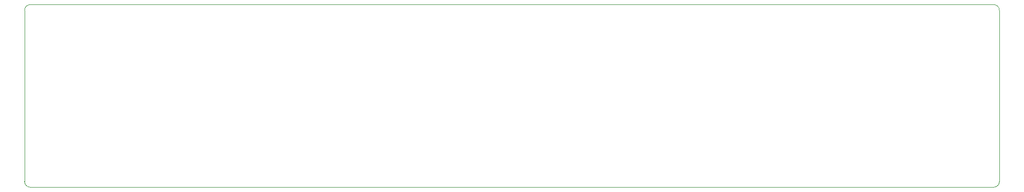
<source format=gbr>
%TF.GenerationSoftware,KiCad,Pcbnew,8.0.2*%
%TF.CreationDate,2024-05-21T15:52:10+02:00*%
%TF.ProjectId,HYDRA_VMM3_Adapter,48594452-415f-4564-9d4d-335f41646170,0*%
%TF.SameCoordinates,Original*%
%TF.FileFunction,Profile,NP*%
%FSLAX46Y46*%
G04 Gerber Fmt 4.6, Leading zero omitted, Abs format (unit mm)*
G04 Created by KiCad (PCBNEW 8.0.2) date 2024-05-21 15:52:10*
%MOMM*%
%LPD*%
G01*
G04 APERTURE LIST*
%TA.AperFunction,Profile*%
%ADD10C,0.050000*%
%TD*%
G04 APERTURE END LIST*
D10*
X190425000Y-81020000D02*
G75*
G02*
X189425000Y-82020000I-1000000J0D01*
G01*
X190425000Y-51520000D02*
X190425000Y-81020000D01*
X189425000Y-50520000D02*
G75*
G02*
X190425000Y-51520000I0J-1000000D01*
G01*
X23925000Y-82020000D02*
G75*
G02*
X22925000Y-81020000I0J1000000D01*
G01*
X22925000Y-81020000D02*
X22925000Y-51520000D01*
X22925000Y-51520000D02*
G75*
G02*
X23925000Y-50520000I1000000J0D01*
G01*
X23925000Y-50520000D02*
X189425000Y-50520000D01*
X189425000Y-82020000D02*
X23925000Y-82020000D01*
M02*

</source>
